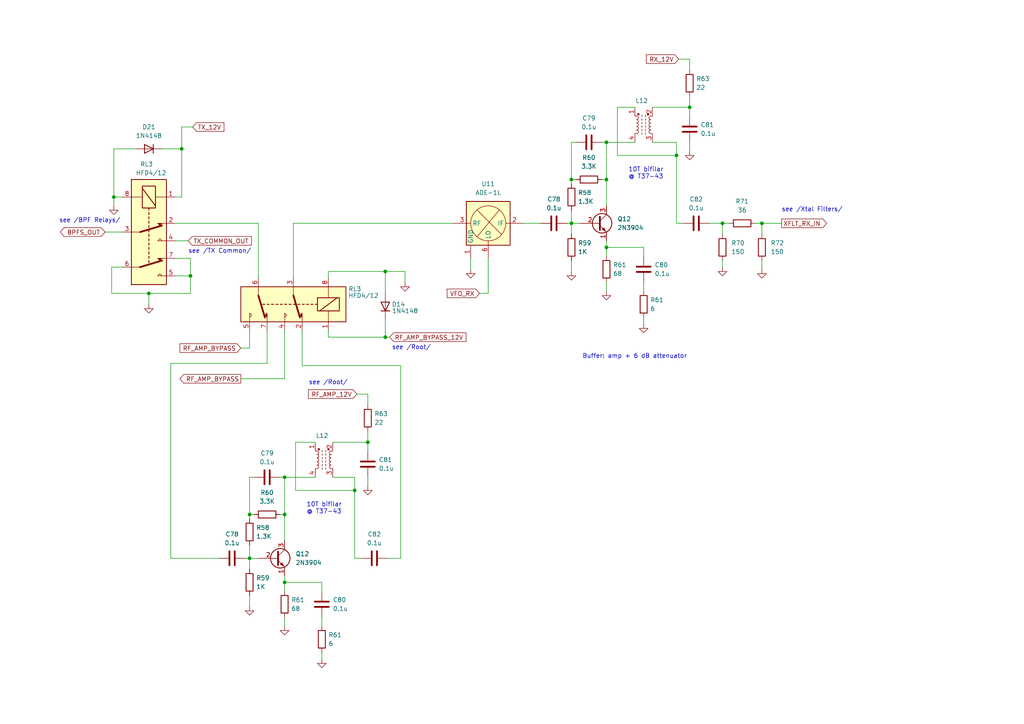
<source format=kicad_sch>
(kicad_sch (version 20230121) (generator eeschema)
  (paper "A4")
  (lib_symbols
    (symbol "Device:C" (pin_numbers hide) (pin_names (offset 0.254))
      (property "Reference" "C" (at 0.635 2.54 0))
      (property "Value" "C" (at 0.635 -2.54 0))
      (symbol "C_0_1"
        (polyline (pts (xy -2.032 -0.762) (xy 2.032 -0.762)) (stroke (width 0.508)))
        (polyline (pts (xy -2.032 0.762) (xy 2.032 0.762)) (stroke (width 0.508)))
      )
      (symbol "C_1_1"
        (pin passive line (at 0 3.81 270) (length 2.794) (name "~") (number "1"))
        (pin passive line (at 0 -3.81 90) (length 2.794) (name "~") (number "2"))
      )
    )
    (symbol "Device:L_Ferrite_Coupled_1423" (pin_names (offset 0.254) hide)
      (property "Reference" "L" (at 0 4.445 0))
      (property "Value" "L_Ferrite_Coupled_1423" (at 0 -4.445 0))
      (symbol "L_Ferrite_Coupled_1423_0_1"
        (circle (center -3.048 -1.27) (radius 0.254) (fill (type outline)))
        (circle (center -3.048 1.524) (radius 0.254) (fill (type outline)))
        (arc (start -2.54 2.032) (mid -2.032 1.5262) (end -1.524 2.032))
        (arc (start -1.524 -2.032) (mid -2.032 -1.5262) (end -2.54 -2.032))
        (arc (start -1.524 2.032) (mid -1.016 1.5262) (end -0.508 2.032))
        (arc (start -0.508 -2.032) (mid -1.016 -1.5262) (end -1.524 -2.032))
        (arc (start -0.508 2.032) (mid 0 1.5262) (end 0.508 2.032))
        (polyline (pts (xy -2.794 -0.508) (xy -2.286 -0.508)))
        (polyline (pts (xy -2.794 0.508) (xy -2.286 0.508)))
        (polyline (pts (xy -2.54 -2.032) (xy -2.54 -2.54)))
        (polyline (pts (xy -2.54 2.032) (xy -2.54 2.54)))
        (polyline (pts (xy -1.778 -0.508) (xy -1.27 -0.508)))
        (polyline (pts (xy -1.778 0.508) (xy -1.27 0.508)))
        (polyline (pts (xy -0.762 -0.508) (xy -0.254 -0.508)))
        (polyline (pts (xy -0.762 0.508) (xy -0.254 0.508)))
        (polyline (pts (xy 0.254 -0.508) (xy 0.762 -0.508)))
        (polyline (pts (xy 0.254 0.508) (xy 0.762 0.508)))
        (polyline (pts (xy 1.27 -0.508) (xy 1.778 -0.508)))
        (polyline (pts (xy 1.27 0.508) (xy 1.778 0.508)))
        (polyline (pts (xy 2.286 -0.508) (xy 2.794 -0.508)))
        (polyline (pts (xy 2.286 0.508) (xy 2.794 0.508)))
        (polyline (pts (xy 2.54 -2.032) (xy 2.54 -2.54)))
        (polyline (pts (xy 2.54 2.54) (xy 2.54 2.032)))
        (arc (start 0.508 -2.032) (mid 0 -1.5262) (end -0.508 -2.032))
        (arc (start 0.508 2.032) (mid 1.016 1.5262) (end 1.524 2.032))
        (arc (start 1.524 -2.032) (mid 1.016 -1.5262) (end 0.508 -2.032))
        (arc (start 1.524 2.032) (mid 2.032 1.5262) (end 2.54 2.032))
        (arc (start 2.54 -2.032) (mid 2.032 -1.5262) (end 1.524 -2.032))
      )
      (symbol "L_Ferrite_Coupled_1423_1_1"
        (pin passive line (at -5.08 2.54 0) (length 2.54) (name "1") (number "1"))
        (pin passive line (at -5.08 -2.54 0) (length 2.54) (name "2") (number "2"))
        (pin passive line (at 5.08 -2.54 180) (length 2.54) (name "3") (number "3"))
        (pin passive line (at 5.08 2.54 180) (length 2.54) (name "4") (number "4"))
      )
    )
    (symbol "Device:R" (pin_numbers hide) (pin_names (offset 0))
      (property "Reference" "R" (at 2.032 0 90))
      (property "Value" "R" (at 0 0 90))
      (symbol "R_0_1"
        (rectangle (start -1.016 -2.54) (end 1.016 2.54) (stroke (width 0.254)))
      )
      (symbol "R_1_1"
        (pin passive line (at 0 3.81 270) (length 1.27) (name "~") (number "1"))
        (pin passive line (at 0 -3.81 90) (length 1.27) (name "~") (number "2"))
      )
    )
    (symbol "Diode:1N4148" (pin_numbers hide) (pin_names hide)
      (property "Reference" "D" (at 0 2.54 0))
      (property "Value" "1N4148" (at 0 -2.54 0))
      (symbol "1N4148_0_1"
        (polyline (pts (xy -1.27 1.27) (xy -1.27 -1.27)) (stroke (width 0.254)))
        (polyline (pts (xy 1.27 0) (xy -1.27 0)))
        (polyline (pts (xy 1.27 1.27) (xy 1.27 -1.27) (xy -1.27 0) (xy 1.27 1.27)) (stroke (width 0.254)))
      )
      (symbol "1N4148_1_1"
        (pin passive line (at -3.81 0 0) (length 2.54) (name "K") (number "1"))
        (pin passive line (at 3.81 0 180) (length 2.54) (name "A") (number "2"))
      )
    )
    (symbol "RF_Mixer:ADE-6"
      (property "Reference" "U" (at -6.35 7.62 0))
      (property "Value" "ADE-6" (at 6.35 7.62 0))
      (symbol "ADE-6_0_1"
        (rectangle (start -6.35 6.35) (end 6.35 -6.35) (stroke (width 0.254)) (fill (type background)))
        (polyline (pts (xy -3.175 -3.81) (xy 3.175 3.81)))
        (polyline (pts (xy 3.81 -3.175) (xy -3.175 3.81)))
        (circle (center 0 0) (radius 5.08))
      )
      (symbol "ADE-6_1_1"
        (pin power_in line (at -5.08 -10.16 90) (length 3.81) (name "GND") (number "1"))
        (pin output line (at 10.16 0 180) (length 5.08) (name "IF") (number "2"))
        (pin input line (at -10.16 0 0) (length 5.08) (name "RF") (number "3"))
        (pin passive line (at -5.08 -10.16 90) (length 3.81) hide (name "GND") (number "4"))
        (pin passive line (at -5.08 -10.16 90) (length 3.81) hide (name "GND") (number "5"))
        (pin input line (at 0 -10.16 90) (length 5.08) (name "LO") (number "6"))
      )
    )
    (symbol "Relay:G2RL-2-ASI-DC5"
      (property "Reference" "RL" (at 16.51 3.81 0))
      (property "Value" "G2RL-2-ASI-DC5" (at 16.51 1.27 0))
      (symbol "G2RL-2-ASI-DC5_0_1"
        (rectangle (start -15.24 5.08) (end 15.24 -5.08) (stroke (width 0.254)) (fill (type background)))
        (rectangle (start -13.335 1.905) (end -6.985 -1.905) (stroke (width 0.254)))
        (polyline (pts (xy -12.7 -1.905) (xy -7.62 1.905)) (stroke (width 0.254)))
        (polyline (pts (xy -10.16 -5.08) (xy -10.16 -1.905)))
        (polyline (pts (xy -10.16 5.08) (xy -10.16 1.905)))
        (polyline (pts (xy -6.985 0) (xy -6.35 0)) (stroke (width 0.254)))
        (polyline (pts (xy -5.715 0) (xy -5.08 0)) (stroke (width 0.254)))
        (polyline (pts (xy -4.445 0) (xy -3.81 0)) (stroke (width 0.254)))
        (polyline (pts (xy -3.175 0) (xy -2.54 0)) (stroke (width 0.254)))
        (polyline (pts (xy -1.905 0) (xy -1.27 0)) (stroke (width 0.254)))
        (polyline (pts (xy -0.635 0) (xy 0 0)) (stroke (width 0.254)))
        (polyline (pts (xy 0 -2.54) (xy -1.905 3.81)) (stroke (width 0.508)))
        (polyline (pts (xy 0 -2.54) (xy 0 -5.08)))
        (polyline (pts (xy 0.635 0) (xy 1.27 0)) (stroke (width 0.254)))
        (polyline (pts (xy 1.905 0) (xy 2.54 0)) (stroke (width 0.254)))
        (polyline (pts (xy 3.175 0) (xy 3.81 0)) (stroke (width 0.254)))
        (polyline (pts (xy 4.445 0) (xy 5.08 0)) (stroke (width 0.254)))
        (polyline (pts (xy 5.715 0) (xy 6.35 0)) (stroke (width 0.254)))
        (polyline (pts (xy 6.985 0) (xy 7.62 0)) (stroke (width 0.254)))
        (polyline (pts (xy 8.255 0) (xy 8.89 0)) (stroke (width 0.254)))
        (polyline (pts (xy 10.16 -2.54) (xy 8.255 3.81)) (stroke (width 0.508)))
        (polyline (pts (xy 10.16 -2.54) (xy 10.16 -5.08)))
        (polyline (pts (xy -2.54 5.08) (xy -2.54 2.54) (xy -1.905 3.175) (xy -2.54 3.81)) (fill (type outline)))
        (polyline (pts (xy 2.54 5.08) (xy 2.54 2.54) (xy 1.905 3.175) (xy 2.54 3.81)))
        (polyline (pts (xy 7.62 5.08) (xy 7.62 2.54) (xy 8.255 3.175) (xy 7.62 3.81)) (fill (type outline)))
        (polyline (pts (xy 12.7 5.08) (xy 12.7 2.54) (xy 12.065 3.175) (xy 12.7 3.81)))
      )
      (symbol "G2RL-2-ASI-DC5_1_1"
        (pin passive line (at -10.16 7.62 270) (length 2.54) (name "~") (number "1"))
        (pin passive line (at -2.54 7.62 270) (length 2.54) (name "~") (number "2"))
        (pin passive line (at 0 -7.62 90) (length 2.54) (name "~") (number "3"))
        (pin passive line (at 2.54 7.62 270) (length 2.54) (name "~") (number "4"))
        (pin passive line (at 12.7 7.62 270) (length 2.54) (name "~") (number "5"))
        (pin passive line (at 10.16 -7.62 90) (length 2.54) (name "~") (number "6"))
        (pin passive line (at 7.62 7.62 270) (length 2.54) (name "~") (number "7"))
        (pin passive line (at -10.16 -7.62 90) (length 2.54) (name "~") (number "8"))
      )
    )
    (symbol "Transistor_BJT:2N3904" (pin_names (offset 0) hide)
      (property "Reference" "Q" (at 5.08 1.905 0))
      (property "Value" "2N3904" (at 5.08 0 0))
      (symbol "2N3904_0_1"
        (polyline (pts (xy 0.635 0.635) (xy 2.54 2.54)))
        (polyline (pts (xy 0.635 -0.635) (xy 2.54 -2.54) (xy 2.54 -2.54)))
        (polyline (pts (xy 0.635 1.905) (xy 0.635 -1.905) (xy 0.635 -1.905)) (stroke (width 0.508)))
        (polyline (pts (xy 1.27 -1.778) (xy 1.778 -1.27) (xy 2.286 -2.286) (xy 1.27 -1.778) (xy 1.27 -1.778)) (fill (type outline)))
        (circle (center 1.27 0) (radius 2.8194) (stroke (width 0.254)))
      )
      (symbol "2N3904_1_1"
        (pin passive line (at 2.54 -5.08 90) (length 2.54) (name "E") (number "1"))
        (pin passive line (at -5.08 0 0) (length 5.715) (name "B") (number "2"))
        (pin passive line (at 2.54 5.08 270) (length 2.54) (name "C") (number "3"))
      )
    )
    (symbol "power:GND" (power) (pin_names (offset 0))
      (property "Value" "GND" (at 0 -3.81 0))
      (symbol "GND_0_1"
        (polyline (pts (xy 0 0) (xy 0 -1.27) (xy 1.27 -1.27) (xy 0 -2.54) (xy -1.27 -1.27) (xy 0 -1.27)))
      )
      (symbol "GND_1_1"
        (pin power_in line (at 0 0 270) (length 0) hide (name "GND") (number "1"))
      )
    )
  )
  (junction (at 175.895 52.07))
  (junction (at 165.735 52.07))
  (junction (at 82.55 138.43))
  (junction (at 82.55 168.91))
  (junction (at 72.39 149.225))
  (junction (at 111.76 78.74))
  (junction (at 82.55 149.225))
  (junction (at 55.245 80.01))
  (junction (at 209.55 64.77))
  (junction (at 175.895 41.275))
  (junction (at 165.735 64.77))
  (junction (at 220.98 64.77))
  (junction (at 72.39 161.925))
  (junction (at 106.68 128.27))
  (junction (at 175.895 71.755))
  (junction (at 52.705 43.18))
  (junction (at 33.02 57.15))
  (junction (at 43.18 85.09))
  (junction (at 196.215 45.085))
  (junction (at 200.025 31.115))
  (junction (at 111.76 97.79))
  (junction (at 102.87 142.24))
  (wire (pts (xy 200.025 41.275) (xy 200.025 43.815)))
  (wire (pts (xy 200.025 27.94) (xy 200.025 31.115)))
  (wire (pts (xy 196.215 41.275) (xy 196.215 45.085)))
  (wire (pts (xy 106.68 138.43) (xy 106.68 140.97)))
  (wire (pts (xy 32.385 77.47) (xy 32.385 85.09)))
  (wire (pts (xy 209.55 75.565) (xy 209.55 77.47)))
  (wire (pts (xy 196.85 17.145) (xy 200.025 17.145)))
  (wire (pts (xy 74.93 80.645) (xy 74.93 64.77)))
  (wire (pts (xy 69.85 100.965) (xy 72.39 100.965)))
  (wire (pts (xy 77.47 95.885) (xy 77.47 105.41)))
  (wire (pts (xy 209.55 64.77) (xy 209.55 67.945)))
  (wire (pts (xy 33.02 57.15) (xy 35.56 57.15)))
  (wire (pts (xy 85.725 128.27) (xy 85.725 142.24)))
  (wire (pts (xy 33.02 43.18) (xy 39.37 43.18)))
  (wire (pts (xy 50.8 80.01) (xy 55.245 80.01)))
  (wire (pts (xy 220.98 75.565) (xy 220.98 78.105)))
  (wire (pts (xy 55.245 74.93) (xy 50.8 74.93)))
  (wire (pts (xy 71.12 161.925) (xy 72.39 161.925)))
  (wire (pts (xy 95.25 78.74) (xy 111.76 78.74)))
  (wire (pts (xy 200.025 17.145) (xy 200.025 20.32)))
  (wire (pts (xy 50.8 64.77) (xy 74.93 64.77)))
  (wire (pts (xy 82.55 168.91) (xy 93.345 168.91)))
  (wire (pts (xy 219.075 64.77) (xy 220.98 64.77)))
  (wire (pts (xy 196.215 64.77) (xy 198.12 64.77)))
  (wire (pts (xy 82.55 149.225) (xy 82.55 138.43)))
  (wire (pts (xy 85.725 142.24) (xy 102.87 142.24)))
  (wire (pts (xy 33.02 57.15) (xy 33.02 43.18)))
  (wire (pts (xy 174.625 52.07) (xy 175.895 52.07)))
  (wire (pts (xy 139.065 85.09) (xy 141.605 85.09)))
  (wire (pts (xy 43.18 85.09) (xy 43.18 88.265)))
  (wire (pts (xy 196.215 45.085) (xy 196.215 64.77)))
  (wire (pts (xy 49.53 161.925) (xy 63.5 161.925)))
  (wire (pts (xy 175.895 71.755) (xy 186.69 71.755)))
  (wire (pts (xy 175.895 69.85) (xy 175.895 71.755)))
  (wire (pts (xy 95.25 95.885) (xy 95.25 97.79)))
  (wire (pts (xy 93.345 179.07) (xy 93.345 181.61)))
  (wire (pts (xy 179.07 31.115) (xy 179.07 45.085)))
  (wire (pts (xy 96.52 128.27) (xy 106.68 128.27)))
  (wire (pts (xy 102.87 142.24) (xy 102.87 161.925)))
  (wire (pts (xy 72.39 149.225) (xy 72.39 150.495)))
  (wire (pts (xy 93.345 168.91) (xy 93.345 171.45)))
  (wire (pts (xy 72.39 161.925) (xy 74.93 161.925)))
  (wire (pts (xy 111.76 97.79) (xy 111.76 92.71)))
  (wire (pts (xy 209.55 64.77) (xy 211.455 64.77)))
  (wire (pts (xy 175.895 41.275) (xy 184.15 41.275)))
  (wire (pts (xy 179.07 45.085) (xy 196.215 45.085)))
  (wire (pts (xy 174.625 41.275) (xy 175.895 41.275)))
  (wire (pts (xy 151.765 64.77) (xy 156.845 64.77)))
  (wire (pts (xy 102.87 138.43) (xy 102.87 142.24)))
  (wire (pts (xy 175.895 52.07) (xy 175.895 41.275)))
  (wire (pts (xy 164.465 64.77) (xy 165.735 64.77)))
  (wire (pts (xy 186.69 81.915) (xy 186.69 84.455)))
  (wire (pts (xy 175.895 52.07) (xy 175.895 59.69)))
  (wire (pts (xy 81.28 149.225) (xy 82.55 149.225)))
  (wire (pts (xy 46.99 43.18) (xy 52.705 43.18)))
  (wire (pts (xy 52.705 36.83) (xy 52.705 43.18)))
  (wire (pts (xy 189.23 31.115) (xy 200.025 31.115)))
  (wire (pts (xy 117.475 81.915) (xy 117.475 78.74)))
  (wire (pts (xy 186.69 71.755) (xy 186.69 74.295)))
  (wire (pts (xy 55.245 80.01) (xy 55.245 74.93)))
  (wire (pts (xy 33.02 59.69) (xy 33.02 57.15)))
  (wire (pts (xy 112.395 161.925) (xy 116.205 161.925)))
  (wire (pts (xy 111.76 78.74) (xy 111.76 85.09)))
  (wire (pts (xy 141.605 85.09) (xy 141.605 74.93)))
  (wire (pts (xy 165.735 52.07) (xy 165.735 41.275)))
  (wire (pts (xy 85.09 80.645) (xy 85.09 64.77)))
  (wire (pts (xy 165.735 52.07) (xy 165.735 53.34)))
  (wire (pts (xy 106.68 125.095) (xy 106.68 128.27)))
  (wire (pts (xy 165.735 41.275) (xy 167.005 41.275)))
  (wire (pts (xy 136.525 74.93) (xy 136.525 78.105)))
  (wire (pts (xy 186.69 92.075) (xy 186.69 93.98)))
  (wire (pts (xy 106.68 114.3) (xy 106.68 117.475)))
  (wire (pts (xy 72.39 138.43) (xy 73.66 138.43)))
  (wire (pts (xy 220.98 64.77) (xy 220.98 67.945)))
  (wire (pts (xy 103.505 114.3) (xy 106.68 114.3)))
  (wire (pts (xy 82.55 167.005) (xy 82.55 168.91)))
  (wire (pts (xy 82.55 168.91) (xy 82.55 171.45)))
  (wire (pts (xy 43.18 85.09) (xy 55.245 85.09)))
  (wire (pts (xy 55.245 85.09) (xy 55.245 80.01)))
  (wire (pts (xy 52.705 43.18) (xy 52.705 57.15)))
  (wire (pts (xy 95.25 97.79) (xy 111.76 97.79)))
  (wire (pts (xy 32.385 85.09) (xy 43.18 85.09)))
  (wire (pts (xy 72.39 100.965) (xy 72.39 95.885)))
  (wire (pts (xy 189.23 41.275) (xy 196.215 41.275)))
  (wire (pts (xy 69.85 109.855) (xy 82.55 109.855)))
  (wire (pts (xy 85.09 64.77) (xy 131.445 64.77)))
  (wire (pts (xy 85.725 128.27) (xy 91.44 128.27)))
  (wire (pts (xy 111.76 97.79) (xy 113.03 97.79)))
  (wire (pts (xy 49.53 105.41) (xy 77.47 105.41)))
  (wire (pts (xy 96.52 138.43) (xy 102.87 138.43)))
  (wire (pts (xy 93.345 189.23) (xy 93.345 191.135)))
  (wire (pts (xy 102.87 161.925) (xy 104.775 161.925)))
  (wire (pts (xy 72.39 149.225) (xy 72.39 138.43)))
  (wire (pts (xy 50.8 69.85) (xy 54.61 69.85)))
  (wire (pts (xy 179.07 31.115) (xy 184.15 31.115)))
  (wire (pts (xy 116.205 161.925) (xy 116.205 106.045)))
  (wire (pts (xy 165.735 64.77) (xy 165.735 67.945)))
  (wire (pts (xy 165.735 60.96) (xy 165.735 64.77)))
  (wire (pts (xy 175.895 71.755) (xy 175.895 74.295)))
  (wire (pts (xy 95.25 78.74) (xy 95.25 80.645)))
  (wire (pts (xy 72.39 161.925) (xy 72.39 165.1)))
  (wire (pts (xy 55.88 36.83) (xy 52.705 36.83)))
  (wire (pts (xy 220.98 64.77) (xy 226.695 64.77)))
  (wire (pts (xy 52.705 57.15) (xy 50.8 57.15)))
  (wire (pts (xy 82.55 179.07) (xy 82.55 181.61)))
  (wire (pts (xy 205.74 64.77) (xy 209.55 64.77)))
  (wire (pts (xy 175.895 81.915) (xy 175.895 84.455)))
  (wire (pts (xy 73.66 149.225) (xy 72.39 149.225)))
  (wire (pts (xy 111.76 78.74) (xy 117.475 78.74)))
  (wire (pts (xy 165.735 64.77) (xy 168.275 64.77)))
  (wire (pts (xy 82.55 109.855) (xy 82.55 95.885)))
  (wire (pts (xy 82.55 138.43) (xy 91.44 138.43)))
  (wire (pts (xy 81.28 138.43) (xy 82.55 138.43)))
  (wire (pts (xy 82.55 149.225) (xy 82.55 156.845)))
  (wire (pts (xy 30.48 67.31) (xy 35.56 67.31)))
  (wire (pts (xy 200.025 31.115) (xy 200.025 33.655)))
  (wire (pts (xy 49.53 105.41) (xy 49.53 161.925)))
  (wire (pts (xy 116.205 106.045) (xy 87.63 106.045)))
  (wire (pts (xy 167.005 52.07) (xy 165.735 52.07)))
  (wire (pts (xy 106.68 128.27) (xy 106.68 130.81)))
  (wire (pts (xy 35.56 77.47) (xy 32.385 77.47)))
  (wire (pts (xy 87.63 106.045) (xy 87.63 95.885)))
  (wire (pts (xy 72.39 172.72) (xy 72.39 175.895)))
  (wire (pts (xy 165.735 75.565) (xy 165.735 78.74)))
  (wire (pts (xy 72.39 158.115) (xy 72.39 161.925)))
  (text "see /Xtal Filters/" (at 226.695 61.595 0) (effects (font (size 1.27 1.27)) (justify left bottom)))
  (text "10T bifilar\n@ T37-43" (at 182.245 52.07 0) (effects (font (size 1.27 1.27)) (justify left bottom)))
  (text "see /Root/" (at 113.665 101.6 0) (effects (font (size 1.27 1.27)) (justify left bottom)))
  (text "see /TX Common/" (at 54.61 73.66 0) (effects (font (size 1.27 1.27)) (justify left bottom)))
  (text "see /BPF Relays/" (at 17.145 64.77 0) (effects (font (size 1.27 1.27)) (justify left bottom)))
  (text "10T bifilar\n@ T37-43" (at 88.9 149.225 0) (effects (font (size 1.27 1.27)) (justify left bottom)))
  (text "see /Root/" (at 89.535 111.76 0) (effects (font (size 1.27 1.27)) (justify left bottom)))
  (text "Buffer: amp + 6 dB attenuator" (at 168.91 104.14 0) (effects (font (size 1.27 1.27)) (justify left bottom)))
  (global_label "TX_12V" (shape input) (at 55.88 36.83 0) (property "Intersheetrefs" "${INTERSHEET_REFS}" (effects hide)))
  (global_label "XFLT_RX_IN" (shape output) (at 226.695 64.77 0) (property "Intersheetrefs" "${INTERSHEET_REFS}" (effects hide)))
  (global_label "RF_AMP_BYPASS" (shape input) (at 69.85 100.965 180) (property "Intersheetrefs" "${INTERSHEET_REFS}" (effects hide)))
  (global_label "VFO_RX" (shape input) (at 139.065 85.09 180) (property "Intersheetrefs" "${INTERSHEET_REFS}" (effects hide)))
  (global_label "BPFS_OUT" (shape bidirectional) (at 30.48 67.31 180) (property "Intersheetrefs" "${INTERSHEET_REFS}" (effects hide)))
  (global_label "RF_AMP_BYPASS" (shape output) (at 69.85 109.855 180) (property "Intersheetrefs" "${INTERSHEET_REFS}" (effects hide)))
  (global_label "TX_COMMON_OUT" (shape input) (at 54.61 69.85 0) (property "Intersheetrefs" "${INTERSHEET_REFS}" (effects hide)))
  (global_label "RX_12V" (shape input) (at 196.85 17.145 180) (property "Intersheetrefs" "${INTERSHEET_REFS}" (effects hide)))
  (global_label "RF_AMP_12V" (shape input) (at 103.505 114.3 180) (property "Intersheetrefs" "${INTERSHEET_REFS}" (effects hide)))
  (global_label "RF_AMP_BYPASS_12V" (shape input) (at 113.03 97.79 0) (property "Intersheetrefs" "${INTERSHEET_REFS}" (effects hide)))
  (symbol (lib_id "Device:R") (at 220.98 71.755 0) (unit 1)
    (property "Reference" "R72" (at 223.52 70.485 0) (effects (justify left)))
    (property "Value" "150" (at 223.52 73.025 0) (effects (justify left)))
  )
  (symbol (lib_id "Device:L_Ferrite_Coupled_1423") (at 186.69 36.195 90) (mirror x) (unit 1)
    (property "Reference" "L12" (at 187.96 29.21 90) (effects (justify left)))
    (property "Value" "L_Ferrite_Coupled_1423" (effects hide))
    (instances (project "hbr-mk2" (path "" (reference "L12") (unit 1)) (path "" (reference "L14") (unit 1)) (path "" (reference "L15") (unit 1))))
  )
  (symbol (lib_id "power:GND") (at 209.55 77.47 0) (unit 1)
    (property "Reference" "#PWR0139" (effects hide))
    (property "Value" "GND" (effects hide))
  )
  (symbol (lib_id "Device:R") (at 165.735 57.15 0) (unit 1)
    (property "Reference" "R58" (at 167.64 55.88 0) (effects (justify left)))
    (property "Value" "1.3K" (at 167.64 58.42 0) (effects (justify left)))
    (instances (project "hbr-mk2" (path "" (reference "R58") (unit 1)) (path "" (reference "R64") (unit 1))))
  )
  (symbol (lib_id "Transistor_BJT:2N3904") (at 173.355 64.77 0) (unit 1)
    (property "Reference" "Q12" (at 179.07 63.5 0) (effects (justify left)))
    (property "Value" "2N3904" (at 179.07 66.04 0) (effects (justify left)))
    (property "Footprint" "Package_TO_SOT_THT:TO-92_Inline" (effects hide))
    (property "Datasheet" "https://www.onsemi.com/pub/Collateral/2N3903-D.PDF" (effects hide))
    (instances (project "hbr-mk2" (path "" (reference "Q12") (unit 1)) (path "" (reference "Q13") (unit 1))))
  )
  (symbol (lib_id "Device:R") (at 77.47 149.225 90) (unit 1)
    (property "Reference" "R60" (at 77.47 142.875 90))
    (property "Value" "3.3K" (at 77.47 145.415 90))
  )
  (symbol (lib_id "power:GND") (at 82.55 181.61 0) (unit 1)
    (property "Reference" "#PWR0130" (effects hide))
    (property "Value" "GND" (effects hide))
  )
  (symbol (lib_id "power:GND") (at 106.68 140.97 0) (unit 1)
    (property "Reference" "#PWR0132" (effects hide))
    (property "Value" "GND" (effects hide))
  )
  (symbol (lib_id "Device:R") (at 72.39 168.91 0) (unit 1)
    (property "Reference" "R59" (at 74.295 167.64 0) (effects (justify left)))
    (property "Value" "1K" (at 74.295 170.18 0) (effects (justify left)))
  )
  (symbol (lib_id "Device:R") (at 209.55 71.755 0) (unit 1)
    (property "Reference" "R70" (at 212.09 70.485 0) (effects (justify left)))
    (property "Value" "150" (at 212.09 73.025 0) (effects (justify left)))
  )
  (symbol (lib_id "power:GND") (at 220.98 78.105 0) (unit 1)
    (property "Reference" "#PWR0140" (effects hide))
    (property "Value" "GND" (effects hide))
  )
  (symbol (lib_id "Device:R") (at 186.69 88.265 0) (unit 1)
    (property "Reference" "R61" (at 188.595 86.995 0) (effects (justify left)))
    (property "Value" "6" (at 188.595 89.535 0) (effects (justify left)))
    (instances (project "hbr-mk2" (path "" (reference "R61") (unit 1)) (path "" (reference "R68") (unit 1))))
  )
  (symbol (lib_id "Device:R") (at 93.345 185.42 0) (unit 1)
    (property "Reference" "R61" (at 95.25 184.15 0) (effects (justify left)))
    (property "Value" "6" (at 95.25 186.69 0) (effects (justify left)))
    (instances (project "hbr-mk2" (path "" (reference "R61") (unit 1)) (path "" (reference "R62") (unit 1))))
  )
  (symbol (lib_id "Device:C") (at 77.47 138.43 90) (unit 1)
    (property "Reference" "C79" (at 77.47 131.445 90))
    (property "Value" "0.1u" (at 77.47 133.985 90))
  )
  (symbol (lib_id "Device:C") (at 67.31 161.925 90) (unit 1)
    (property "Reference" "C78" (at 67.31 154.94 90))
    (property "Value" "0.1u" (at 67.31 157.48 90))
  )
  (symbol (lib_id "Device:R") (at 82.55 175.26 0) (unit 1)
    (property "Reference" "R61" (at 84.455 173.99 0) (effects (justify left)))
    (property "Value" "68" (at 84.455 176.53 0) (effects (justify left)))
  )
  (symbol (lib_id "power:GND") (at 175.895 84.455 0) (unit 1)
    (property "Reference" "#PWR0130" (effects hide))
    (property "Value" "GND" (effects hide))
    (instances (project "hbr-mk2" (path "" (reference "#PWR0130") (unit 1)) (path "" (reference "#PWR0134") (unit 1))))
  )
  (symbol (lib_id "Device:R") (at 106.68 121.285 0) (unit 1)
    (property "Reference" "R63" (at 108.585 120.015 0) (effects (justify left)))
    (property "Value" "22" (at 108.585 122.555 0) (effects (justify left)))
  )
  (symbol (lib_id "power:GND") (at 136.525 78.105 0) (unit 1)
    (property "Reference" "#PWR0137" (effects hide))
    (property "Value" "GND" (effects hide))
  )
  (symbol (lib_id "Device:C") (at 186.69 78.105 180) (unit 1)
    (property "Reference" "C80" (at 189.865 76.835 0) (effects (justify right)))
    (property "Value" "0.1u" (at 189.865 79.375 0) (effects (justify right)))
    (instances (project "hbr-mk2" (path "" (reference "C80") (unit 1)) (path "" (reference "C85") (unit 1))))
  )
  (symbol (lib_id "Device:C") (at 108.585 161.925 90) (unit 1)
    (property "Reference" "C82" (at 108.585 154.94 90))
    (property "Value" "0.1u" (at 108.585 157.48 90))
  )
  (symbol (lib_id "Transistor_BJT:2N3904") (at 80.01 161.925 0) (unit 1)
    (property "Reference" "Q12" (at 85.725 160.655 0) (effects (justify left)))
    (property "Value" "2N3904" (at 85.725 163.195 0) (effects (justify left)))
    (property "Footprint" "Package_TO_SOT_THT:TO-92_Inline" (effects hide))
    (property "Datasheet" "https://www.onsemi.com/pub/Collateral/2N3903-D.PDF" (effects hide))
  )
  (symbol (lib_id "Device:L_Ferrite_Coupled_1423") (at 93.98 133.35 90) (mirror x) (unit 1)
    (property "Reference" "L12" (at 95.25 126.365 90) (effects (justify left)))
    (property "Value" "L_Ferrite_Coupled_1423" (effects hide))
    (instances (project "hbr-mk2" (path "" (reference "L12") (unit 1)) (path "" (reference "L14") (unit 1)) (path "" (reference "L14") (unit 1))))
  )
  (symbol (lib_id "Diode:1N4148") (at 43.18 43.18 180) (unit 1)
    (property "Reference" "D21" (at 43.18 36.83 0))
    (property "Value" "1N4148" (at 43.18 39.37 0))
    (property "Footprint" "Diode_THT:D_DO-35_SOD27_P7.62mm_Horizontal" (effects hide))
    (property "Datasheet" "https://assets.nexperia.com/documents/data-sheet/1N4148_1N4448.pdf" (effects hide))
    (property "Sim.Device" "D" (effects hide))
    (property "Sim.Pins" "1=K 2=A" (effects hide))
  )
  (symbol (lib_id "power:GND") (at 200.025 43.815 0) (unit 1)
    (property "Reference" "#PWR0132" (effects hide))
    (property "Value" "GND" (effects hide))
    (instances (project "hbr-mk2" (path "" (reference "#PWR0132") (unit 1)) (path "" (reference "#PWR0136") (unit 1))))
  )
  (symbol (lib_id "Device:C") (at 160.655 64.77 90) (unit 1)
    (property "Reference" "C78" (at 160.655 57.785 90))
    (property "Value" "0.1u" (at 160.655 60.325 90))
    (instances (project "hbr-mk2" (path "" (reference "C78") (unit 1)) (path "" (reference "C83") (unit 1))))
  )
  (symbol (lib_id "power:GND") (at 165.735 78.74 0) (unit 1)
    (property "Reference" "#PWR0129" (effects hide))
    (property "Value" "GND" (effects hide))
    (instances (project "hbr-mk2" (path "" (reference "#PWR0129") (unit 1)) (path "" (reference "#PWR0133") (unit 1))))
  )
  (symbol (lib_id "Device:C") (at 93.345 175.26 180) (unit 1)
    (property "Reference" "C80" (at 96.52 173.99 0) (effects (justify right)))
    (property "Value" "0.1u" (at 96.52 176.53 0) (effects (justify right)))
  )
  (symbol (lib_id "Device:C") (at 106.68 134.62 180) (unit 1)
    (property "Reference" "C81" (at 109.855 133.35 0) (effects (justify right)))
    (property "Value" "0.1u" (at 109.855 135.89 0) (effects (justify right)))
  )
  (symbol (lib_id "Diode:1N4148") (at 111.76 88.9 90) (unit 1)
    (property "Reference" "D14" (at 115.57 88.265 90))
    (property "Value" "1N4148" (at 117.475 90.17 90))
    (property "Footprint" "Diode_THT:D_DO-35_SOD27_P7.62mm_Horizontal" (effects hide))
    (property "Datasheet" "https://assets.nexperia.com/documents/data-sheet/1N4148_1N4448.pdf" (effects hide))
    (property "Sim.Device" "D" (effects hide))
    (property "Sim.Pins" "1=K 2=A" (effects hide))
    (instances (project "hbr-mk2" (path "" (reference "D14") (unit 1)) (path "" (reference "D15") (unit 1)) (path "" (reference "D15") (unit 1))))
  )
  (symbol (lib_id "Device:R") (at 175.895 78.105 0) (unit 1)
    (property "Reference" "R61" (at 177.8 76.835 0) (effects (justify left)))
    (property "Value" "68" (at 177.8 79.375 0) (effects (justify left)))
    (instances (project "hbr-mk2" (path "" (reference "R61") (unit 1)) (path "" (reference "R67") (unit 1))))
  )
  (symbol (lib_id "power:GND") (at 33.02 59.69 0) (unit 1)
    (property "Reference" "#PWR0130" (effects hide))
    (property "Value" "GND" (effects hide))
    (instances (project "hbr-mk2" (path "" (reference "#PWR0130") (unit 1)) (path "" (reference "#PWR0253") (unit 1))))
  )
  (symbol (lib_id "Device:R") (at 215.265 64.77 90) (unit 1)
    (property "Reference" "R71" (at 215.265 58.42 90))
    (property "Value" "36" (at 215.265 60.96 90))
  )
  (symbol (lib_id "Relay:G2RL-2-ASI-DC5") (at 43.18 67.31 270) (unit 1)
    (property "Reference" "RL3" (at 40.64 47.625 90) (effects (justify left)))
    (property "Value" "HFD4/12" (at 39.37 50.165 90) (effects (justify left)))
    (property "Footprint" "Relay_THT:Relay_DPDT_Omron_G2RL" (effects hide))
    (property "Datasheet" "https://omronfs.omron.com/en_US/ecb/products/pdf/en-g2rl.pdf" (effects hide))
    (instances (project "hbr-mk2" (path "" (reference "RL3") (unit 1)) (path "" (reference "RL7") (unit 1)) (path "" (reference "RL8") (unit 1)) (path "" (reference "RL25") (unit 1))))
  )
  (symbol (lib_id "Device:C") (at 201.93 64.77 90) (unit 1)
    (property "Reference" "C82" (at 201.93 57.785 90))
    (property "Value" "0.1u" (at 201.93 60.325 90))
    (instances (project "hbr-mk2" (path "" (reference "C82") (unit 1)) (path "" (reference "C87") (unit 1))))
  )
  (symbol (lib_id "Device:R") (at 165.735 71.755 0) (unit 1)
    (property "Reference" "R59" (at 167.64 70.485 0) (effects (justify left)))
    (property "Value" "1K" (at 167.64 73.025 0) (effects (justify left)))
    (instances (project "hbr-mk2" (path "" (reference "R59") (unit 1)) (path "" (reference "R65") (unit 1))))
  )
  (symbol (lib_id "Device:R") (at 170.815 52.07 90) (unit 1)
    (property "Reference" "R60" (at 170.815 45.72 90))
    (property "Value" "3.3K" (at 170.815 48.26 90))
    (instances (project "hbr-mk2" (path "" (reference "R60") (unit 1)) (path "" (reference "R66") (unit 1))))
  )
  (symbol (lib_id "power:GND") (at 72.39 175.895 0) (unit 1)
    (property "Reference" "#PWR0129" (effects hide))
    (property "Value" "GND" (effects hide))
  )
  (symbol (lib_id "Device:R") (at 72.39 154.305 0) (unit 1)
    (property "Reference" "R58" (at 74.295 153.035 0) (effects (justify left)))
    (property "Value" "1.3K" (at 74.295 155.575 0) (effects (justify left)))
  )
  (symbol (lib_id "power:GND") (at 93.345 191.135 0) (unit 1)
    (property "Reference" "#PWR0130" (effects hide))
    (property "Value" "GND" (effects hide))
    (instances (project "hbr-mk2" (path "" (reference "#PWR0130") (unit 1)) (path "" (reference "#PWR0131") (unit 1))))
  )
  (symbol (lib_id "power:GND") (at 117.475 81.915 0) (unit 1)
    (property "Reference" "#PWR0130" (effects hide))
    (property "Value" "GND" (effects hide))
    (instances (project "hbr-mk2" (path "" (reference "#PWR0130") (unit 1)) (path "" (reference "#PWR0138") (unit 1))))
  )
  (symbol (lib_id "Device:C") (at 170.815 41.275 90) (unit 1)
    (property "Reference" "C79" (at 170.815 34.29 90))
    (property "Value" "0.1u" (at 170.815 36.83 90))
    (instances (project "hbr-mk2" (path "" (reference "C79") (unit 1)) (path "" (reference "C84") (unit 1))))
  )
  (symbol (lib_id "power:GND") (at 43.18 88.265 0) (unit 1)
    (property "Reference" "#PWR0130" (effects hide))
    (property "Value" "GND" (effects hide))
    (instances (project "hbr-mk2" (path "" (reference "#PWR0130") (unit 1)) (path "" (reference "#PWR0252") (unit 1))))
  )
  (symbol (lib_id "Relay:G2RL-2-ASI-DC5") (at 85.09 88.265 180) (unit 1)
    (property "Reference" "RL3" (at 104.775 83.82 0) (effects (justify left)))
    (property "Value" "HFD4/12" (at 109.855 85.725 0) (effects (justify left)))
    (property "Footprint" "Relay_THT:Relay_DPDT_Omron_G2RL" (effects hide))
    (property "Datasheet" "https://omronfs.omron.com/en_US/ecb/products/pdf/en-g2rl.pdf" (effects hide))
    (instances (project "hbr-mk2" (path "" (reference "RL3") (unit 1)) (path "" (reference "RL7") (unit 1)) (path "" (reference "RL8") (unit 1)) (path "" (reference "RL8") (unit 1))))
  )
  (symbol (lib_id "Device:C") (at 200.025 37.465 180) (unit 1)
    (property "Reference" "C81" (at 203.2 36.195 0) (effects (justify right)))
    (property "Value" "0.1u" (at 203.2 38.735 0) (effects (justify right)))
    (instances (project "hbr-mk2" (path "" (reference "C81") (unit 1)) (path "" (reference "C86") (unit 1))))
  )
  (symbol (lib_id "power:GND") (at 186.69 93.98 0) (unit 1)
    (property "Reference" "#PWR0130" (effects hide))
    (property "Value" "GND" (effects hide))
    (instances (project "hbr-mk2" (path "" (reference "#PWR0130") (unit 1)) (path "" (reference "#PWR0135") (unit 1))))
  )
  (symbol (lib_id "Device:R") (at 200.025 24.13 0) (unit 1)
    (property "Reference" "R63" (at 201.93 22.86 0) (effects (justify left)))
    (property "Value" "22" (at 201.93 25.4 0) (effects (justify left)))
    (instances (project "hbr-mk2" (path "" (reference "R63") (unit 1)) (path "" (reference "R69") (unit 1))))
  )
  (symbol (lib_id "RF_Mixer:ADE-6") (at 141.605 64.77 0) (unit 1)
    (property "Reference" "U11" (at 141.605 53.34 0))
    (property "Value" "ADE-1L" (at 141.605 55.88 0))
    (property "Footprint" "RF_Mini-Circuits:Mini-Circuits_CD542_LandPatternPL-052" (effects hide))
  )
)
</source>
